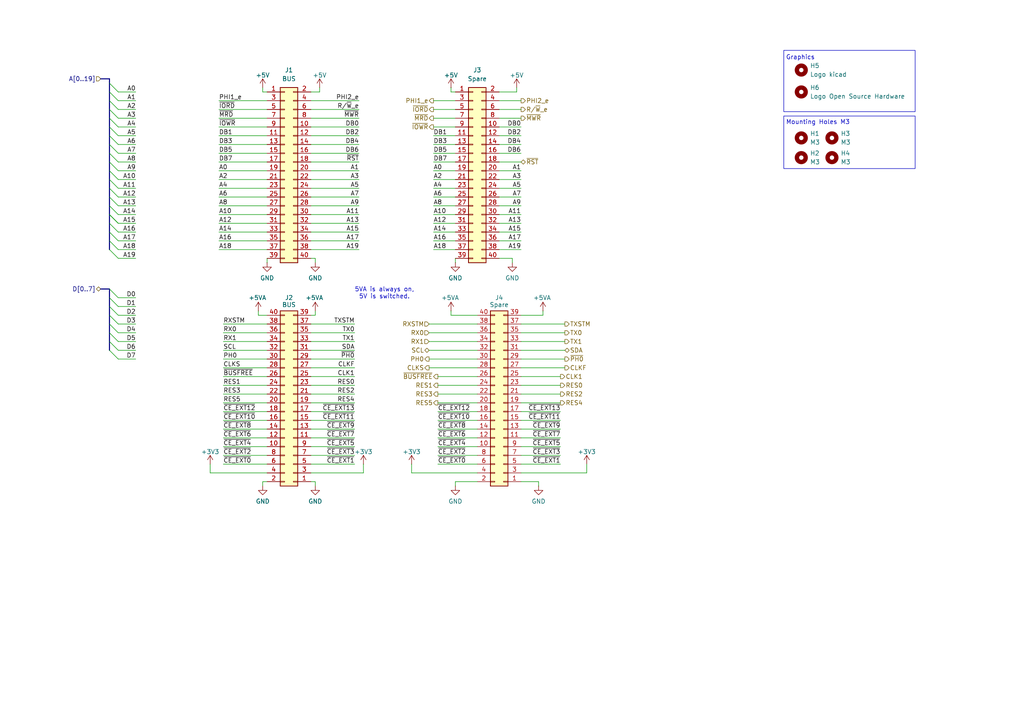
<source format=kicad_sch>
(kicad_sch (version 20231120) (generator "eeschema") (generator_version "8.0")
  (paper "A4")
  (title_block (title "Unicomp v3 - Bus") (date "2024-10-01") (rev "v1.0") (company "100% Offner") (comment 1 "v1.0: Initial"))
  (lib_symbols
    (symbol "Connector_Generic:Conn_02x20_Odd_Even" (pin_names (offset 1.016) hide)
      (property "Reference" "J" (at 1.27 25.4 0))
      (property "Value" "Conn_02x20_Odd_Even" (at 1.27 -27.94 0))
      (symbol "Conn_02x20_Odd_Even_1_1"
        (rectangle (start -1.27 -25.273) (end 0 -25.527) (stroke (width 0.1524)))
        (rectangle (start -1.27 -22.733) (end 0 -22.987) (stroke (width 0.1524)))
        (rectangle (start -1.27 -20.193) (end 0 -20.447) (stroke (width 0.1524)))
        (rectangle (start -1.27 -17.653) (end 0 -17.907) (stroke (width 0.1524)))
        (rectangle (start -1.27 -15.113) (end 0 -15.367) (stroke (width 0.1524)))
        (rectangle (start -1.27 -12.573) (end 0 -12.827) (stroke (width 0.1524)))
        (rectangle (start -1.27 -10.033) (end 0 -10.287) (stroke (width 0.1524)))
        (rectangle (start -1.27 -7.493) (end 0 -7.747) (stroke (width 0.1524)))
        (rectangle (start -1.27 -4.953) (end 0 -5.207) (stroke (width 0.1524)))
        (rectangle (start -1.27 -2.413) (end 0 -2.667) (stroke (width 0.1524)))
        (rectangle (start -1.27 0.127) (end 0 -0.127) (stroke (width 0.1524)))
        (rectangle (start -1.27 2.667) (end 0 2.413) (stroke (width 0.1524)))
        (rectangle (start -1.27 5.207) (end 0 4.953) (stroke (width 0.1524)))
        (rectangle (start -1.27 7.747) (end 0 7.493) (stroke (width 0.1524)))
        (rectangle (start -1.27 10.287) (end 0 10.033) (stroke (width 0.1524)))
        (rectangle (start -1.27 12.827) (end 0 12.573) (stroke (width 0.1524)))
        (rectangle (start -1.27 15.367) (end 0 15.113) (stroke (width 0.1524)))
        (rectangle (start -1.27 17.907) (end 0 17.653) (stroke (width 0.1524)))
        (rectangle (start -1.27 20.447) (end 0 20.193) (stroke (width 0.1524)))
        (rectangle (start -1.27 22.987) (end 0 22.733) (stroke (width 0.1524)))
        (rectangle (start -1.27 24.13) (end 3.81 -26.67) (stroke (width 0.254)) (fill (type background)))
        (rectangle (start 3.81 -25.273) (end 2.54 -25.527) (stroke (width 0.1524)))
        (rectangle (start 3.81 -22.733) (end 2.54 -22.987) (stroke (width 0.1524)))
        (rectangle (start 3.81 -20.193) (end 2.54 -20.447) (stroke (width 0.1524)))
        (rectangle (start 3.81 -17.653) (end 2.54 -17.907) (stroke (width 0.1524)))
        (rectangle (start 3.81 -15.113) (end 2.54 -15.367) (stroke (width 0.1524)))
        (rectangle (start 3.81 -12.573) (end 2.54 -12.827) (stroke (width 0.1524)))
        (rectangle (start 3.81 -10.033) (end 2.54 -10.287) (stroke (width 0.1524)))
        (rectangle (start 3.81 -7.493) (end 2.54 -7.747) (stroke (width 0.1524)))
        (rectangle (start 3.81 -4.953) (end 2.54 -5.207) (stroke (width 0.1524)))
        (rectangle (start 3.81 -2.413) (end 2.54 -2.667) (stroke (width 0.1524)))
        (rectangle (start 3.81 0.127) (end 2.54 -0.127) (stroke (width 0.1524)))
        (rectangle (start 3.81 2.667) (end 2.54 2.413) (stroke (width 0.1524)))
        (rectangle (start 3.81 5.207) (end 2.54 4.953) (stroke (width 0.1524)))
        (rectangle (start 3.81 7.747) (end 2.54 7.493) (stroke (width 0.1524)))
        (rectangle (start 3.81 10.287) (end 2.54 10.033) (stroke (width 0.1524)))
        (rectangle (start 3.81 12.827) (end 2.54 12.573) (stroke (width 0.1524)))
        (rectangle (start 3.81 15.367) (end 2.54 15.113) (stroke (width 0.1524)))
        (rectangle (start 3.81 17.907) (end 2.54 17.653) (stroke (width 0.1524)))
        (rectangle (start 3.81 20.447) (end 2.54 20.193) (stroke (width 0.1524)))
        (rectangle (start 3.81 22.987) (end 2.54 22.733) (stroke (width 0.1524)))
        (pin passive line (at -5.08 22.86 0) (length 3.81) (name "Pin_1") (number "1"))
        (pin passive line (at 7.62 12.7 180) (length 3.81) (name "Pin_10") (number "10"))
        (pin passive line (at -5.08 10.16 0) (length 3.81) (name "Pin_11") (number "11"))
        (pin passive line (at 7.62 10.16 180) (length 3.81) (name "Pin_12") (number "12"))
        (pin passive line (at -5.08 7.62 0) (length 3.81) (name "Pin_13") (number "13"))
        (pin passive line (at 7.62 7.62 180) (length 3.81) (name "Pin_14") (number "14"))
        (pin passive line (at -5.08 5.08 0) (length 3.81) (name "Pin_15") (number "15"))
        (pin passive line (at 7.62 5.08 180) (length 3.81) (name "Pin_16") (number "16"))
        (pin passive line (at -5.08 2.54 0) (length 3.81) (name "Pin_17") (number "17"))
        (pin passive line (at 7.62 2.54 180) (length 3.81) (name "Pin_18") (number "18"))
        (pin passive line (at -5.08 0 0) (length 3.81) (name "Pin_19") (number "19"))
        (pin passive line (at 7.62 22.86 180) (length 3.81) (name "Pin_2") (number "2"))
        (pin passive line (at 7.62 0 180) (length 3.81) (name "Pin_20") (number "20"))
        (pin passive line (at -5.08 -2.54 0) (length 3.81) (name "Pin_21") (number "21"))
        (pin passive line (at 7.62 -2.54 180) (length 3.81) (name "Pin_22") (number "22"))
        (pin passive line (at -5.08 -5.08 0) (length 3.81) (name "Pin_23") (number "23"))
        (pin passive line (at 7.62 -5.08 180) (length 3.81) (name "Pin_24") (number "24"))
        (pin passive line (at -5.08 -7.62 0) (length 3.81) (name "Pin_25") (number "25"))
        (pin passive line (at 7.62 -7.62 180) (length 3.81) (name "Pin_26") (number "26"))
        (pin passive line (at -5.08 -10.16 0) (length 3.81) (name "Pin_27") (number "27"))
        (pin passive line (at 7.62 -10.16 180) (length 3.81) (name "Pin_28") (number "28"))
        (pin passive line (at -5.08 -12.7 0) (length 3.81) (name "Pin_29") (number "29"))
        (pin passive line (at -5.08 20.32 0) (length 3.81) (name "Pin_3") (number "3"))
        (pin passive line (at 7.62 -12.7 180) (length 3.81) (name "Pin_30") (number "30"))
        (pin passive line (at -5.08 -15.24 0) (length 3.81) (name "Pin_31") (number "31"))
        (pin passive line (at 7.62 -15.24 180) (length 3.81) (name "Pin_32") (number "32"))
        (pin passive line (at -5.08 -17.78 0) (length 3.81) (name "Pin_33") (number "33"))
        (pin passive line (at 7.62 -17.78 180) (length 3.81) (name "Pin_34") (number "34"))
        (pin passive line (at -5.08 -20.32 0) (length 3.81) (name "Pin_35") (number "35"))
        (pin passive line (at 7.62 -20.32 180) (length 3.81) (name "Pin_36") (number "36"))
        (pin passive line (at -5.08 -22.86 0) (length 3.81) (name "Pin_37") (number "37"))
        (pin passive line (at 7.62 -22.86 180) (length 3.81) (name "Pin_38") (number "38"))
        (pin passive line (at -5.08 -25.4 0) (length 3.81) (name "Pin_39") (number "39"))
        (pin passive line (at 7.62 20.32 180) (length 3.81) (name "Pin_4") (number "4"))
        (pin passive line (at 7.62 -25.4 180) (length 3.81) (name "Pin_40") (number "40"))
        (pin passive line (at -5.08 17.78 0) (length 3.81) (name "Pin_5") (number "5"))
        (pin passive line (at 7.62 17.78 180) (length 3.81) (name "Pin_6") (number "6"))
        (pin passive line (at -5.08 15.24 0) (length 3.81) (name "Pin_7") (number "7"))
        (pin passive line (at 7.62 15.24 180) (length 3.81) (name "Pin_8") (number "8"))
        (pin passive line (at -5.08 12.7 0) (length 3.81) (name "Pin_9") (number "9"))
      )
    )
    (symbol "Mechanical:MountingHole" (pin_names (offset 1.016)) (exclude_from_sim yes) (in_bom no)
      (property "Reference" "H" (at 0 5.08 0))
      (property "Value" "MountingHole" (at 0 3.175 0))
      (symbol "MountingHole_0_1"
        (circle (center 0 0) (radius 1.27) (stroke (width 1.27)))
      )
    )
    (symbol "power:+3V3" (power) (pin_numbers hide) (pin_names (offset 0) hide)
      (property "Value" "+3V3" (at 0 3.556 0))
      (symbol "+3V3_0_1"
        (polyline (pts (xy -0.762 1.27) (xy 0 2.54)))
        (polyline (pts (xy 0 0) (xy 0 2.54)))
        (polyline (pts (xy 0 2.54) (xy 0.762 1.27)))
      )
      (symbol "+3V3_1_1"
        (pin power_in line (at 0 0 90) (length 0) (name "~") (number "1"))
      )
    )
    (symbol "power:+5V" (power) (pin_numbers hide) (pin_names (offset 0) hide)
      (property "Value" "+5V" (at 0 3.556 0))
      (symbol "+5V_0_1"
        (polyline (pts (xy -0.762 1.27) (xy 0 2.54)))
        (polyline (pts (xy 0 0) (xy 0 2.54)))
        (polyline (pts (xy 0 2.54) (xy 0.762 1.27)))
      )
      (symbol "+5V_1_1"
        (pin power_in line (at 0 0 90) (length 0) (name "~") (number "1"))
      )
    )
    (symbol "power:+5VA" (power) (pin_numbers hide) (pin_names (offset 0) hide)
      (property "Value" "+5VA" (at 0 3.556 0))
      (symbol "+5VA_0_1"
        (polyline (pts (xy -0.762 1.27) (xy 0 2.54)))
        (polyline (pts (xy 0 0) (xy 0 2.54)))
        (polyline (pts (xy 0 2.54) (xy 0.762 1.27)))
      )
      (symbol "+5VA_1_1"
        (pin power_in line (at 0 0 90) (length 0) (name "~") (number "1"))
      )
    )
    (symbol "power:GND" (power) (pin_numbers hide) (pin_names (offset 0) hide)
      (property "Value" "GND" (at 0 -3.81 0))
      (symbol "GND_0_1"
        (polyline (pts (xy 0 0) (xy 0 -1.27) (xy 1.27 -1.27) (xy 0 -2.54) (xy -1.27 -1.27) (xy 0 -1.27)))
      )
      (symbol "GND_1_1"
        (pin power_in line (at 0 0 270) (length 0) (name "~") (number "1"))
      )
    )
  )
  (bus_entry (at 31.75 57.15) (size 2.54 2.54))
  (bus_entry (at 31.75 49.53) (size 2.54 2.54))
  (bus_entry (at 31.75 34.29) (size 2.54 2.54))
  (bus_entry (at 31.75 62.23) (size 2.54 2.54))
  (bus_entry (at 31.75 72.39) (size 2.54 2.54))
  (bus_entry (at 31.75 91.44) (size 2.54 2.54))
  (bus_entry (at 31.75 83.82) (size 2.54 2.54))
  (bus_entry (at 31.75 99.06) (size 2.54 2.54))
  (bus_entry (at 31.75 36.83) (size 2.54 2.54))
  (bus_entry (at 31.75 24.13) (size 2.54 2.54))
  (bus_entry (at 31.75 67.31) (size 2.54 2.54))
  (bus_entry (at 31.75 54.61) (size 2.54 2.54))
  (bus_entry (at 31.75 44.45) (size 2.54 2.54))
  (bus_entry (at 31.75 86.36) (size 2.54 2.54))
  (bus_entry (at 31.75 41.91) (size 2.54 2.54))
  (bus_entry (at 31.75 46.99) (size 2.54 2.54))
  (bus_entry (at 31.75 39.37) (size 2.54 2.54))
  (bus_entry (at 31.75 31.75) (size 2.54 2.54))
  (bus_entry (at 31.75 29.21) (size 2.54 2.54))
  (bus_entry (at 31.75 96.52) (size 2.54 2.54))
  (bus_entry (at 31.75 26.67) (size 2.54 2.54))
  (bus_entry (at 31.75 88.9) (size 2.54 2.54))
  (bus_entry (at 31.75 52.07) (size 2.54 2.54))
  (bus_entry (at 31.75 62.23) (size 2.54 2.54))
  (bus_entry (at 31.75 69.85) (size 2.54 2.54))
  (bus_entry (at 31.75 59.69) (size 2.54 2.54))
  (bus_entry (at 31.75 93.98) (size 2.54 2.54))
  (bus_entry (at 31.75 64.77) (size 2.54 2.54))
  (bus_entry (at 31.75 101.6) (size 2.54 2.54))
  (wire (pts (xy 39.37 91.44) (xy 34.29 91.44)))
  (wire (pts (xy 125.73 41.91) (xy 132.08 41.91)))
  (bus (pts (xy 31.75 91.44) (xy 31.75 88.9)))
  (bus (pts (xy 31.75 31.75) (xy 31.75 29.21)))
  (wire (pts (xy 91.44 74.93) (xy 90.17 74.93)))
  (wire (pts (xy 151.13 116.84) (xy 162.56 116.84)))
  (wire (pts (xy 125.73 44.45) (xy 132.08 44.45)))
  (wire (pts (xy 63.5 29.21) (xy 77.47 29.21)))
  (wire (pts (xy 144.78 57.15) (xy 151.13 57.15)))
  (wire (pts (xy 91.44 90.17) (xy 91.44 91.44)))
  (wire (pts (xy 156.21 139.7) (xy 151.13 139.7)))
  (wire (pts (xy 39.37 104.14) (xy 34.29 104.14)))
  (wire (pts (xy 90.17 99.06) (xy 102.87 99.06)))
  (wire (pts (xy 170.18 134.62) (xy 170.18 137.16)))
  (wire (pts (xy 125.73 39.37) (xy 132.08 39.37)))
  (wire (pts (xy 63.5 64.77) (xy 77.47 64.77)))
  (wire (pts (xy 130.81 90.17) (xy 130.81 91.44)))
  (wire (pts (xy 64.77 134.62) (xy 77.47 134.62)))
  (wire (pts (xy 144.78 64.77) (xy 151.13 64.77)))
  (wire (pts (xy 144.78 69.85) (xy 151.13 69.85)))
  (wire (pts (xy 64.77 121.92) (xy 77.47 121.92)))
  (wire (pts (xy 151.13 129.54) (xy 162.56 129.54)))
  (wire (pts (xy 127 111.76) (xy 138.43 111.76)))
  (wire (pts (xy 90.17 64.77) (xy 104.14 64.77)))
  (wire (pts (xy 149.86 26.67) (xy 144.78 26.67)))
  (wire (pts (xy 39.37 69.85) (xy 34.29 69.85)))
  (wire (pts (xy 91.44 76.2) (xy 91.44 74.93)))
  (wire (pts (xy 151.13 99.06) (xy 163.83 99.06)))
  (wire (pts (xy 90.17 59.69) (xy 104.14 59.69)))
  (wire (pts (xy 127 127) (xy 138.43 127)))
  (wire (pts (xy 130.81 91.44) (xy 138.43 91.44)))
  (wire (pts (xy 63.5 36.83) (xy 77.47 36.83)))
  (wire (pts (xy 63.5 39.37) (xy 77.47 39.37)))
  (wire (pts (xy 90.17 116.84) (xy 102.87 116.84)))
  (wire (pts (xy 157.48 90.17) (xy 157.48 91.44)))
  (wire (pts (xy 125.73 69.85) (xy 132.08 69.85)))
  (wire (pts (xy 60.96 137.16) (xy 77.47 137.16)))
  (wire (pts (xy 148.59 76.2) (xy 148.59 74.93)))
  (wire (pts (xy 151.13 127) (xy 162.56 127)))
  (bus (pts (xy 31.75 99.06) (xy 31.75 96.52)))
  (bus (pts (xy 31.75 88.9) (xy 31.75 86.36)))
  (wire (pts (xy 125.73 46.99) (xy 132.08 46.99)))
  (wire (pts (xy 76.2 25.4) (xy 76.2 26.67)))
  (wire (pts (xy 125.73 31.75) (xy 132.08 31.75)))
  (wire (pts (xy 39.37 36.83) (xy 34.29 36.83)))
  (wire (pts (xy 39.37 57.15) (xy 34.29 57.15)))
  (wire (pts (xy 74.93 91.44) (xy 77.47 91.44)))
  (bus (pts (xy 31.75 64.77) (xy 31.75 62.23)))
  (wire (pts (xy 39.37 62.23) (xy 34.29 62.23)))
  (wire (pts (xy 64.77 99.06) (xy 77.47 99.06)))
  (wire (pts (xy 149.86 25.4) (xy 149.86 26.67)))
  (wire (pts (xy 125.73 57.15) (xy 132.08 57.15)))
  (wire (pts (xy 39.37 52.07) (xy 34.29 52.07)))
  (wire (pts (xy 90.17 36.83) (xy 104.14 36.83)))
  (wire (pts (xy 39.37 49.53) (xy 34.29 49.53)))
  (bus (pts (xy 31.75 44.45) (xy 31.75 41.91)))
  (wire (pts (xy 92.71 25.4) (xy 92.71 26.67)))
  (wire (pts (xy 90.17 31.75) (xy 104.14 31.75)))
  (wire (pts (xy 64.77 124.46) (xy 77.47 124.46)))
  (bus (pts (xy 31.75 86.36) (xy 31.75 83.82)))
  (wire (pts (xy 64.77 106.68) (xy 77.47 106.68)))
  (wire (pts (xy 39.37 88.9) (xy 34.29 88.9)))
  (wire (pts (xy 64.77 101.6) (xy 77.47 101.6)))
  (wire (pts (xy 64.77 114.3) (xy 77.47 114.3)))
  (bus (pts (xy 31.75 69.85) (xy 31.75 67.31)))
  (wire (pts (xy 39.37 46.99) (xy 34.29 46.99)))
  (wire (pts (xy 125.73 59.69) (xy 132.08 59.69)))
  (wire (pts (xy 39.37 96.52) (xy 34.29 96.52)))
  (wire (pts (xy 64.77 129.54) (xy 77.47 129.54)))
  (wire (pts (xy 39.37 39.37) (xy 34.29 39.37)))
  (wire (pts (xy 125.73 36.83) (xy 132.08 36.83)))
  (wire (pts (xy 125.73 52.07) (xy 132.08 52.07)))
  (wire (pts (xy 39.37 34.29) (xy 34.29 34.29)))
  (wire (pts (xy 63.5 31.75) (xy 77.47 31.75)))
  (wire (pts (xy 127 116.84) (xy 138.43 116.84)))
  (wire (pts (xy 151.13 124.46) (xy 162.56 124.46)))
  (wire (pts (xy 130.81 26.67) (xy 132.08 26.67)))
  (wire (pts (xy 151.13 101.6) (xy 163.83 101.6)))
  (bus (pts (xy 31.75 39.37) (xy 31.75 36.83)))
  (wire (pts (xy 63.5 52.07) (xy 77.47 52.07)))
  (wire (pts (xy 90.17 134.62) (xy 102.87 134.62)))
  (bus (pts (xy 31.75 93.98) (xy 31.75 91.44)))
  (wire (pts (xy 39.37 44.45) (xy 34.29 44.45)))
  (wire (pts (xy 157.48 91.44) (xy 151.13 91.44)))
  (wire (pts (xy 127 114.3) (xy 138.43 114.3)))
  (wire (pts (xy 124.46 106.68) (xy 138.43 106.68)))
  (wire (pts (xy 77.47 76.2) (xy 77.47 74.93)))
  (wire (pts (xy 63.5 72.39) (xy 77.47 72.39)))
  (wire (pts (xy 151.13 109.22) (xy 162.56 109.22)))
  (wire (pts (xy 90.17 69.85) (xy 104.14 69.85)))
  (wire (pts (xy 63.5 62.23) (xy 77.47 62.23)))
  (wire (pts (xy 127 119.38) (xy 138.43 119.38)))
  (wire (pts (xy 63.5 59.69) (xy 77.47 59.69)))
  (wire (pts (xy 90.17 57.15) (xy 104.14 57.15)))
  (wire (pts (xy 91.44 91.44) (xy 90.17 91.44)))
  (wire (pts (xy 125.73 62.23) (xy 132.08 62.23)))
  (bus (pts (xy 31.75 52.07) (xy 31.75 49.53)))
  (bus (pts (xy 31.75 54.61) (xy 31.75 52.07)))
  (wire (pts (xy 39.37 64.77) (xy 34.29 64.77)))
  (wire (pts (xy 144.78 62.23) (xy 151.13 62.23)))
  (wire (pts (xy 125.73 34.29) (xy 132.08 34.29)))
  (bus (pts (xy 31.75 72.39) (xy 31.75 69.85)))
  (wire (pts (xy 144.78 67.31) (xy 151.13 67.31)))
  (wire (pts (xy 151.13 132.08) (xy 162.56 132.08)))
  (wire (pts (xy 119.38 137.16) (xy 138.43 137.16)))
  (wire (pts (xy 151.13 96.52) (xy 163.83 96.52)))
  (wire (pts (xy 63.5 54.61) (xy 77.47 54.61)))
  (bus (pts (xy 31.75 49.53) (xy 31.75 46.99)))
  (wire (pts (xy 76.2 140.97) (xy 76.2 139.7)))
  (wire (pts (xy 156.21 140.97) (xy 156.21 139.7)))
  (wire (pts (xy 39.37 99.06) (xy 34.29 99.06)))
  (wire (pts (xy 91.44 140.97) (xy 91.44 139.7)))
  (bus (pts (xy 31.75 29.21) (xy 31.75 26.67)))
  (wire (pts (xy 125.73 67.31) (xy 132.08 67.31)))
  (wire (pts (xy 144.78 49.53) (xy 151.13 49.53)))
  (wire (pts (xy 39.37 86.36) (xy 34.29 86.36)))
  (bus (pts (xy 31.75 83.82) (xy 29.21 83.82)))
  (wire (pts (xy 127 121.92) (xy 138.43 121.92)))
  (wire (pts (xy 127 129.54) (xy 138.43 129.54)))
  (wire (pts (xy 63.5 34.29) (xy 77.47 34.29)))
  (wire (pts (xy 144.78 34.29) (xy 151.13 34.29)))
  (wire (pts (xy 63.5 46.99) (xy 77.47 46.99)))
  (wire (pts (xy 90.17 106.68) (xy 102.87 106.68)))
  (wire (pts (xy 144.78 29.21) (xy 151.13 29.21)))
  (wire (pts (xy 76.2 26.67) (xy 77.47 26.67)))
  (wire (pts (xy 90.17 114.3) (xy 102.87 114.3)))
  (wire (pts (xy 132.08 76.2) (xy 132.08 74.93)))
  (wire (pts (xy 125.73 72.39) (xy 132.08 72.39)))
  (wire (pts (xy 74.93 90.17) (xy 74.93 91.44)))
  (wire (pts (xy 64.77 109.22) (xy 77.47 109.22)))
  (wire (pts (xy 39.37 74.93) (xy 34.29 74.93)))
  (wire (pts (xy 90.17 104.14) (xy 102.87 104.14)))
  (wire (pts (xy 90.17 44.45) (xy 104.14 44.45)))
  (wire (pts (xy 64.77 111.76) (xy 77.47 111.76)))
  (wire (pts (xy 144.78 54.61) (xy 151.13 54.61)))
  (wire (pts (xy 124.46 101.6) (xy 138.43 101.6)))
  (bus (pts (xy 31.75 57.15) (xy 31.75 54.61)))
  (wire (pts (xy 151.13 93.98) (xy 163.83 93.98)))
  (wire (pts (xy 63.5 69.85) (xy 77.47 69.85)))
  (wire (pts (xy 64.77 93.98) (xy 77.47 93.98)))
  (wire (pts (xy 39.37 31.75) (xy 34.29 31.75)))
  (wire (pts (xy 90.17 62.23) (xy 104.14 62.23)))
  (wire (pts (xy 124.46 96.52) (xy 138.43 96.52)))
  (wire (pts (xy 127 124.46) (xy 138.43 124.46)))
  (wire (pts (xy 90.17 49.53) (xy 104.14 49.53)))
  (bus (pts (xy 31.75 46.99) (xy 31.75 44.45)))
  (wire (pts (xy 64.77 96.52) (xy 77.47 96.52)))
  (wire (pts (xy 124.46 104.14) (xy 138.43 104.14)))
  (wire (pts (xy 90.17 127) (xy 102.87 127)))
  (wire (pts (xy 92.71 26.67) (xy 90.17 26.67)))
  (wire (pts (xy 76.2 139.7) (xy 77.47 139.7)))
  (wire (pts (xy 124.46 99.06) (xy 138.43 99.06)))
  (wire (pts (xy 144.78 44.45) (xy 151.13 44.45)))
  (wire (pts (xy 144.78 59.69) (xy 151.13 59.69)))
  (wire (pts (xy 125.73 54.61) (xy 132.08 54.61)))
  (wire (pts (xy 63.5 67.31) (xy 77.47 67.31)))
  (wire (pts (xy 127 132.08) (xy 138.43 132.08)))
  (wire (pts (xy 90.17 119.38) (xy 102.87 119.38)))
  (wire (pts (xy 63.5 41.91) (xy 77.47 41.91)))
  (wire (pts (xy 39.37 59.69) (xy 34.29 59.69)))
  (wire (pts (xy 63.5 44.45) (xy 77.47 44.45)))
  (wire (pts (xy 60.96 134.62) (xy 60.96 137.16)))
  (wire (pts (xy 151.13 119.38) (xy 162.56 119.38)))
  (wire (pts (xy 64.77 116.84) (xy 77.47 116.84)))
  (wire (pts (xy 90.17 129.54) (xy 102.87 129.54)))
  (wire (pts (xy 127 134.62) (xy 138.43 134.62)))
  (wire (pts (xy 39.37 93.98) (xy 34.29 93.98)))
  (wire (pts (xy 64.77 127) (xy 77.47 127)))
  (wire (pts (xy 39.37 101.6) (xy 34.29 101.6)))
  (wire (pts (xy 64.77 119.38) (xy 77.47 119.38)))
  (wire (pts (xy 144.78 31.75) (xy 151.13 31.75)))
  (bus (pts (xy 31.75 36.83) (xy 31.75 34.29)))
  (wire (pts (xy 151.13 111.76) (xy 162.56 111.76)))
  (wire (pts (xy 90.17 41.91) (xy 104.14 41.91)))
  (wire (pts (xy 151.13 137.16) (xy 170.18 137.16)))
  (wire (pts (xy 63.5 57.15) (xy 77.47 57.15)))
  (wire (pts (xy 148.59 74.93) (xy 144.78 74.93)))
  (wire (pts (xy 90.17 39.37) (xy 104.14 39.37)))
  (wire (pts (xy 119.38 134.62) (xy 119.38 137.16)))
  (wire (pts (xy 90.17 34.29) (xy 104.14 34.29)))
  (wire (pts (xy 39.37 41.91) (xy 34.29 41.91)))
  (wire (pts (xy 132.08 139.7) (xy 138.43 139.7)))
  (wire (pts (xy 125.73 64.77) (xy 132.08 64.77)))
  (wire (pts (xy 39.37 29.21) (xy 34.29 29.21)))
  (wire (pts (xy 90.17 93.98) (xy 102.87 93.98)))
  (wire (pts (xy 144.78 41.91) (xy 151.13 41.91)))
  (wire (pts (xy 144.78 46.99) (xy 151.13 46.99)))
  (bus (pts (xy 31.75 59.69) (xy 31.75 57.15)))
  (wire (pts (xy 90.17 101.6) (xy 102.87 101.6)))
  (wire (pts (xy 90.17 124.46) (xy 102.87 124.46)))
  (bus (pts (xy 31.75 41.91) (xy 31.75 39.37)))
  (wire (pts (xy 90.17 109.22) (xy 102.87 109.22)))
  (wire (pts (xy 151.13 104.14) (xy 163.83 104.14)))
  (wire (pts (xy 125.73 29.21) (xy 132.08 29.21)))
  (bus (pts (xy 31.75 26.67) (xy 31.75 24.13)))
  (wire (pts (xy 64.77 132.08) (xy 77.47 132.08)))
  (bus (pts (xy 31.75 62.23) (xy 31.75 59.69)))
  (wire (pts (xy 39.37 72.39) (xy 34.29 72.39)))
  (wire (pts (xy 90.17 111.76) (xy 102.87 111.76)))
  (wire (pts (xy 39.37 67.31) (xy 34.29 67.31)))
  (bus (pts (xy 31.75 24.13) (xy 31.75 22.86)))
  (wire (pts (xy 130.81 25.4) (xy 130.81 26.67)))
  (wire (pts (xy 90.17 121.92) (xy 102.87 121.92)))
  (wire (pts (xy 90.17 137.16) (xy 105.41 137.16)))
  (bus (pts (xy 31.75 96.52) (xy 31.75 93.98)))
  (wire (pts (xy 90.17 67.31) (xy 104.14 67.31)))
  (wire (pts (xy 63.5 49.53) (xy 77.47 49.53)))
  (wire (pts (xy 90.17 29.21) (xy 104.14 29.21)))
  (wire (pts (xy 90.17 52.07) (xy 104.14 52.07)))
  (wire (pts (xy 90.17 54.61) (xy 104.14 54.61)))
  (wire (pts (xy 125.73 49.53) (xy 132.08 49.53)))
  (wire (pts (xy 39.37 26.67) (xy 34.29 26.67)))
  (wire (pts (xy 144.78 72.39) (xy 151.13 72.39)))
  (bus (pts (xy 31.75 101.6) (xy 31.75 99.06)))
  (wire (pts (xy 90.17 72.39) (xy 104.14 72.39)))
  (wire (pts (xy 151.13 121.92) (xy 162.56 121.92)))
  (wire (pts (xy 151.13 134.62) (xy 162.56 134.62)))
  (wire (pts (xy 151.13 114.3) (xy 162.56 114.3)))
  (bus (pts (xy 31.75 67.31) (xy 31.75 64.77)))
  (wire (pts (xy 144.78 39.37) (xy 151.13 39.37)))
  (wire (pts (xy 144.78 52.07) (xy 151.13 52.07)))
  (wire (pts (xy 90.17 132.08) (xy 102.87 132.08)))
  (wire (pts (xy 127 109.22) (xy 138.43 109.22)))
  (wire (pts (xy 105.41 134.62) (xy 105.41 137.16)))
  (wire (pts (xy 91.44 139.7) (xy 90.17 139.7)))
  (wire (pts (xy 151.13 106.68) (xy 163.83 106.68)))
  (wire (pts (xy 90.17 46.99) (xy 104.14 46.99)))
  (bus (pts (xy 31.75 22.86) (xy 29.21 22.86)))
  (wire (pts (xy 144.78 36.83) (xy 151.13 36.83)))
  (wire (pts (xy 132.08 140.97) (xy 132.08 139.7)))
  (wire (pts (xy 90.17 96.52) (xy 102.87 96.52)))
  (wire (pts (xy 39.37 54.61) (xy 34.29 54.61)))
  (wire (pts (xy 124.46 93.98) (xy 138.43 93.98)))
  (bus (pts (xy 31.75 34.29) (xy 31.75 31.75)))
  (wire (pts (xy 64.77 104.14) (xy 77.47 104.14)))
  (rectangle (start 227.33 33.655) (end 265.43 48.895))
  (rectangle (start 227.33 14.605) (end 265.43 32.385))
  (text "Graphics" (at 232.156 16.764 0) (effects (font (size 1.27 1.27))))
  (text "5VA is always on,\n5V is switched." (at 111.506 85.09 0) (effects (font (size 1.27 1.27))))
  (text "Mounting Holes M3" (at 237.236 35.56 0) (effects (font (size 1.27 1.27))))
  (label "DB7" (at 63.5 46.99 0))
  (label "~{CE_EXT8}" (at 64.77 124.46 0))
  (label "~{CE_EXT1}" (at 102.87 134.62 180))
  (label "A19" (at 151.13 72.39 180))
  (label "~{CE_EXT6}" (at 64.77 127 0))
  (label "A15" (at 151.13 67.31 180))
  (label "A0" (at 39.37 26.67 180))
  (label "RX1" (at 64.77 99.06 0))
  (label "A17" (at 39.37 69.85 180))
  (label "A17" (at 104.14 69.85 180))
  (label "A0" (at 63.5 49.53 0))
  (label "~{CE_EXT5}" (at 162.56 129.54 180))
  (label "~{CE_EXT1}" (at 162.56 134.62 180))
  (label "A6" (at 63.5 57.15 0))
  (label "A18" (at 63.5 72.39 0))
  (label "A7" (at 151.13 57.15 180))
  (label "A17" (at 151.13 69.85 180))
  (label "DB7" (at 125.73 46.99 0))
  (label "RES5" (at 64.77 116.84 0))
  (label "~{CE_EXT8}" (at 127 124.46 0))
  (label "A11" (at 151.13 62.23 180))
  (label "DB6" (at 151.13 44.45 180))
  (label "~{CE_EXT13}" (at 102.87 119.38 180))
  (label "D2" (at 39.37 91.44 180))
  (label "D7" (at 39.37 104.14 180))
  (label "A13" (at 104.14 64.77 180))
  (label "A0" (at 125.73 49.53 0))
  (label "A16" (at 63.5 69.85 0))
  (label "A5" (at 39.37 39.37 180))
  (label "A15" (at 39.37 64.77 180))
  (label "A9" (at 39.37 49.53 180))
  (label "~{CE_EXT4}" (at 64.77 129.54 0))
  (label "A4" (at 125.73 54.61 0))
  (label "~{CE_EXT13}" (at 162.56 119.38 180))
  (label "A5" (at 104.14 54.61 180))
  (label "A12" (at 63.5 64.77 0))
  (label "DB2" (at 104.14 39.37 180))
  (label "A8" (at 63.5 59.69 0))
  (label "CLK1" (at 102.87 109.22 180))
  (label "~{CE_EXT5}" (at 102.87 129.54 180))
  (label "SDA" (at 102.87 101.6 180))
  (label "D5" (at 39.37 99.06 180))
  (label "A11" (at 39.37 54.61 180))
  (label "CLKF" (at 102.87 106.68 180))
  (label "A2" (at 63.5 52.07 0))
  (label "~{CE_EXT6}" (at 127 127 0))
  (label "A5" (at 151.13 54.61 180))
  (label "A11" (at 104.14 62.23 180))
  (label "~{CE_EXT0}" (at 127 134.62 0))
  (label "A7" (at 104.14 57.15 180))
  (label "A10" (at 39.37 52.07 180))
  (label "A16" (at 125.73 69.85 0))
  (label "A9" (at 151.13 59.69 180))
  (label "~{CE_EXT12}" (at 127 119.38 0))
  (label "~{CE_EXT0}" (at 64.77 134.62 0))
  (label "~{IORD}" (at 63.5 31.75 0))
  (label "A3" (at 151.13 52.07 180))
  (label "A2" (at 125.73 52.07 0))
  (label "~{CE_EXT7}" (at 102.87 127 180))
  (label "RES4" (at 102.87 116.84 180))
  (label "D0" (at 39.37 86.36 180))
  (label "~{CE_EXT3}" (at 102.87 132.08 180))
  (label "A7" (at 39.37 44.45 180))
  (label "A15" (at 104.14 67.31 180))
  (label "PH0" (at 64.77 104.14 0))
  (label "TX0" (at 102.87 96.52 180))
  (label "~{MWR}" (at 104.14 34.29 180))
  (label "A19" (at 104.14 72.39 180))
  (label "DB3" (at 63.5 41.91 0))
  (label "RES1" (at 64.77 111.76 0))
  (label "DB4" (at 151.13 41.91 180))
  (label "A3" (at 39.37 34.29 180))
  (label "DB0" (at 151.13 36.83 180))
  (label "A14" (at 63.5 67.31 0))
  (label "A10" (at 125.73 62.23 0))
  (label "~{RST}" (at 104.14 46.99 180))
  (label "DB1" (at 125.73 39.37 0))
  (label "DB4" (at 104.14 41.91 180))
  (label "A12" (at 39.37 57.15 180))
  (label "~{CE_EXT2}" (at 127 132.08 0))
  (label "D1" (at 39.37 88.9 180))
  (label "~{BUSFREE}" (at 64.77 109.22 0))
  (label "DB5" (at 125.73 44.45 0))
  (label "A8" (at 125.73 59.69 0))
  (label "D3" (at 39.37 93.98 180))
  (label "~{IOWR}" (at 63.5 36.83 0))
  (label "A4" (at 39.37 36.83 180))
  (label "~{CE_EXT9}" (at 162.56 124.46 180))
  (label "A10" (at 63.5 62.23 0))
  (label "A14" (at 39.37 62.23 180))
  (label "~{CE_EXT10}" (at 127 121.92 0))
  (label "DB6" (at 104.14 44.45 180))
  (label "A2" (at 39.37 31.75 180))
  (label "DB5" (at 63.5 44.45 0))
  (label "R{slash}~{W}_e" (at 104.14 31.75 180))
  (label "DB2" (at 151.13 39.37 180))
  (label "CLKS" (at 64.77 106.68 0))
  (label "PHI2_e" (at 104.14 29.21 180))
  (label "DB1" (at 63.5 39.37 0))
  (label "A6" (at 125.73 57.15 0))
  (label "A13" (at 39.37 59.69 180))
  (label "A14" (at 125.73 67.31 0))
  (label "RES2" (at 102.87 114.3 180))
  (label "A18" (at 39.37 72.39 180))
  (label "A13" (at 151.13 64.77 180))
  (label "~{CE_EXT7}" (at 162.56 127 180))
  (label "~{CE_EXT10}" (at 64.77 121.92 0))
  (label "~{CE_EXT11}" (at 162.56 121.92 180))
  (label "A1" (at 104.14 49.53 180))
  (label "~{CE_EXT11}" (at 102.87 121.92 180))
  (label "TXSTM" (at 102.87 93.98 180))
  (label "A12" (at 125.73 64.77 0))
  (label "~{CE_EXT2}" (at 64.77 132.08 0))
  (label "A3" (at 104.14 52.07 180))
  (label "~{CE_EXT12}" (at 64.77 119.38 0))
  (label "A4" (at 63.5 54.61 0))
  (label "DB3" (at 125.73 41.91 0))
  (label "~{CE_EXT3}" (at 162.56 132.08 180))
  (label "D6" (at 39.37 101.6 180))
  (label "D4" (at 39.37 96.52 180))
  (label "TX1" (at 102.87 99.06 180))
  (label "SCL" (at 64.77 101.6 0))
  (label "A9" (at 104.14 59.69 180))
  (label "A6" (at 39.37 41.91 180))
  (label "A18" (at 125.73 72.39 0))
  (label "RXSTM" (at 64.77 93.98 0))
  (label "~{PH0}" (at 102.87 104.14 180))
  (label "DB0" (at 104.14 36.83 180))
  (label "RX0" (at 64.77 96.52 0))
  (label "~{MRD}" (at 63.5 34.29 0))
  (label "RES3" (at 64.77 114.3 0))
  (label "A19" (at 39.37 74.93 180))
  (label "PHI1_e" (at 63.5 29.21 0))
  (label "RES0" (at 102.87 111.76 180))
  (label "A16" (at 39.37 67.31 180))
  (label "A8" (at 39.37 46.99 180))
  (label "A1" (at 39.37 29.21 180))
  (label "~{CE_EXT4}" (at 127 129.54 0))
  (label "A1" (at 151.13 49.53 180))
  (label "~{CE_EXT9}" (at 102.87 124.46 180))
  (hierarchical_label "RES1" (shape output) (at 127 111.76 180))
  (hierarchical_label "RES5" (shape output) (at 127 116.84 180))
  (hierarchical_label "CLKF" (shape output) (at 163.83 106.68 0))
  (hierarchical_label "D[0..7]" (shape bidirectional) (at 29.21 83.82 180))
  (hierarchical_label "~{IOWR}" (shape output) (at 125.73 36.83 180))
  (hierarchical_label "A[0..19]" (shape input) (at 29.21 22.86 180))
  (hierarchical_label "CLK1" (shape output) (at 162.56 109.22 0))
  (hierarchical_label "RX1" (shape input) (at 124.46 99.06 180))
  (hierarchical_label "~{RST}" (shape tri_state) (at 151.13 46.99 0))
  (hierarchical_label "TX0" (shape output) (at 163.83 96.52 0))
  (hierarchical_label "RES0" (shape output) (at 162.56 111.76 0))
  (hierarchical_label "SCL" (shape bidirectional) (at 124.46 101.6 180))
  (hierarchical_label "PHI1_e" (shape output) (at 125.73 29.21 180))
  (hierarchical_label "PH0" (shape output) (at 124.46 104.14 180))
  (hierarchical_label "~{IORD}" (shape output) (at 125.73 31.75 180))
  (hierarchical_label "SDA" (shape bidirectional) (at 163.83 101.6 0))
  (hierarchical_label "~{MRD}" (shape output) (at 125.73 34.29 180))
  (hierarchical_label "~{PH0}" (shape output) (at 163.83 104.14 0))
  (hierarchical_label "RES2" (shape output) (at 162.56 114.3 0))
  (hierarchical_label "~{MWR}" (shape output) (at 151.13 34.29 0))
  (hierarchical_label "CLKS" (shape output) (at 124.46 106.68 180))
  (hierarchical_label "TXSTM" (shape output) (at 163.83 93.98 0))
  (hierarchical_label "~{BUSFREE}" (shape output) (at 127 109.22 180))
  (hierarchical_label "RES4" (shape output) (at 162.56 116.84 0))
  (hierarchical_label "R{slash}~{W}_e" (shape output) (at 151.13 31.75 0))
  (hierarchical_label "RES3" (shape output) (at 127 114.3 180))
  (hierarchical_label "TX1" (shape output) (at 163.83 99.06 0))
  (hierarchical_label "RXSTM" (shape input) (at 124.46 93.98 180))
  (hierarchical_label "RX0" (shape input) (at 124.46 96.52 180))
  (hierarchical_label "PHI2_e" (shape output) (at 151.13 29.21 0))
  (symbol (lib_id "Mechanical:MountingHole") (at 232.41 40.005 0) (unit 1)
    (property "Reference" "H1" (at 234.95 38.7349 0) (effects (justify left)))
    (property "Value" "M3" (at 234.95 41.2749 0) (effects (justify left)))
    (property "Footprint" "MountingHole:MountingHole_3.2mm_M3" (effects (hide yes)))
    (property "Description" "Mounting Hole without connection" (effects (hide yes)))
  )
  (symbol (lib_id "Mechanical:MountingHole") (at 241.3 40.005 0) (unit 1)
    (property "Reference" "H3" (at 243.84 38.7349 0) (effects (justify left)))
    (property "Value" "M3" (at 243.84 41.2749 0) (effects (justify left)))
    (property "Footprint" "MountingHole:MountingHole_3.2mm_M3" (effects (hide yes)))
    (property "Description" "Mounting Hole without connection" (effects (hide yes)))
  )
  (symbol (lib_id "Connector_Generic:Conn_02x20_Odd_Even") (at 146.05 116.84 180) (unit 1)
    (property "Reference" "J4" (at 144.78 86.344 0))
    (property "Value" "Spare" (at 144.78 88.392 0))
    (property "Footprint" "Connector_PinSocket_2.54mm:PinSocket_2x20_P2.54mm_Vertical" (effects (hide yes)))
    (property "Description" "Generic connector, double row, 02x20, odd/even pin numbering scheme (row 1 odd numbers, row 2 even numbers), script generated (kicad-library-utils/schlib/autogen/connector/)" (effects (hide yes)))
  )
  (symbol (lib_id "power:+5VA") (at 130.81 90.17 0) (unit 1)
    (property "Reference" "#PWR097" (effects (hide yes)))
    (property "Value" "+5VA" (at 130.556 86.36 0))
    (property "Description" "Power symbol creates a global label with name \"+5VA\"" (effects (hide yes)))
  )
  (symbol (lib_id "power:GND") (at 91.44 140.97 0) (unit 1)
    (property "Reference" "#PWR092" (effects (hide yes)))
    (property "Value" "GND" (at 91.44 145.4134 0))
    (property "Description" "Power symbol creates a global label with name \"GND\" , ground" (effects (hide yes)))
  )
  (symbol (lib_id "power:GND") (at 77.47 76.2 0) (unit 1)
    (property "Reference" "#PWR089" (effects (hide yes)))
    (property "Value" "GND" (at 77.47 80.6434 0))
    (property "Description" "Power symbol creates a global label with name \"GND\" , ground" (effects (hide yes)))
  )
  (symbol (lib_id "power:+5V") (at 76.2 25.4 0) (unit 1)
    (property "Reference" "#PWR087" (effects (hide yes)))
    (property "Value" "+5V" (at 76.2 21.8242 0))
    (property "Description" "Power symbol creates a global label with name \"+5V\"" (effects (hide yes)))
  )
  (symbol (lib_id "power:+3V3") (at 170.18 134.62 0) (unit 1)
    (property "Reference" "#PWR0104" (effects (hide yes)))
    (property "Value" "+3V3" (at 170.18 131.0442 0))
    (property "Description" "Power symbol creates a global label with name \"+3V3\"" (effects (hide yes)))
  )
  (symbol (lib_id "power:+3V3") (at 119.38 134.62 0) (unit 1)
    (property "Reference" "#PWR095" (effects (hide yes)))
    (property "Value" "+3V3" (at 119.38 131.0442 0))
    (property "Description" "Power symbol creates a global label with name \"+3V3\"" (effects (hide yes)))
  )
  (symbol (lib_id "power:+3V3") (at 105.41 134.62 0) (unit 1)
    (property "Reference" "#PWR094" (effects (hide yes)))
    (property "Value" "+3V3" (at 105.41 131.0442 0))
    (property "Description" "Power symbol creates a global label with name \"+3V3\"" (effects (hide yes)))
  )
  (symbol (lib_id "Mechanical:MountingHole") (at 241.3 45.72 0) (unit 1)
    (property "Reference" "H4" (at 243.84 44.4499 0) (effects (justify left)))
    (property "Value" "M3" (at 243.84 46.9899 0) (effects (justify left)))
    (property "Footprint" "MountingHole:MountingHole_3.2mm_M3" (effects (hide yes)))
    (property "Description" "Mounting Hole without connection" (effects (hide yes)))
  )
  (symbol (lib_id "power:GND") (at 91.44 76.2 0) (unit 1)
    (property "Reference" "#PWR090" (effects (hide yes)))
    (property "Value" "GND" (at 91.44 80.6434 0))
    (property "Description" "Power symbol creates a global label with name \"GND\" , ground" (effects (hide yes)))
  )
  (symbol (lib_id "power:GND") (at 156.21 140.97 0) (unit 1)
    (property "Reference" "#PWR0102" (effects (hide yes)))
    (property "Value" "GND" (at 156.21 145.4134 0))
    (property "Description" "Power symbol creates a global label with name \"GND\" , ground" (effects (hide yes)))
  )
  (symbol (lib_id "power:+3V3") (at 60.96 134.62 0) (unit 1)
    (property "Reference" "#PWR085" (effects (hide yes)))
    (property "Value" "+3V3" (at 60.96 131.0442 0))
    (property "Description" "Power symbol creates a global label with name \"+3V3\"" (effects (hide yes)))
  )
  (symbol (lib_id "power:+5V") (at 130.81 25.4 0) (unit 1)
    (property "Reference" "#PWR096" (effects (hide yes)))
    (property "Value" "+5V" (at 130.81 21.8242 0))
    (property "Description" "Power symbol creates a global label with name \"+5V\"" (effects (hide yes)))
  )
  (symbol (lib_id "power:+5VA") (at 74.93 90.17 0) (unit 1)
    (property "Reference" "#PWR086" (effects (hide yes)))
    (property "Value" "+5VA" (at 74.676 86.36 0))
    (property "Description" "Power symbol creates a global label with name \"+5VA\"" (effects (hide yes)))
  )
  (symbol (lib_id "Connector_Generic:Conn_02x20_Odd_Even") (at 137.16 49.53 0) (unit 1)
    (property "Reference" "J3" (at 138.43 20.32 0))
    (property "Value" "Spare" (at 138.43 22.86 0))
    (property "Footprint" "Connector_PinSocket_2.54mm:PinSocket_2x20_P2.54mm_Vertical" (effects (hide yes)))
    (property "Description" "Generic connector, double row, 02x20, odd/even pin numbering scheme (row 1 odd numbers, row 2 even numbers), script generated (kicad-library-utils/schlib/autogen/connector/)" (effects (hide yes)))
  )
  (symbol (lib_id "Mechanical:MountingHole") (at 232.41 45.72 0) (unit 1)
    (property "Reference" "H2" (at 234.95 44.4499 0) (effects (justify left)))
    (property "Value" "M3" (at 234.95 46.9899 0) (effects (justify left)))
    (property "Footprint" "MountingHole:MountingHole_3.2mm_M3" (effects (hide yes)))
    (property "Description" "Mounting Hole without connection" (effects (hide yes)))
  )
  (symbol (lib_id "Connector_Generic:Conn_02x20_Odd_Even") (at 82.55 49.53 0) (unit 1)
    (property "Reference" "J1" (at 83.82 20.32 0))
    (property "Value" "BUS" (at 83.82 22.86 0))
    (property "Footprint" "Connector_PinSocket_2.54mm:PinSocket_2x20_P2.54mm_Vertical" (effects (hide yes)))
    (property "Description" "Generic connector, double row, 02x20, odd/even pin numbering scheme (row 1 odd numbers, row 2 even numbers), script generated (kicad-library-utils/schlib/autogen/connector/)" (effects (hide yes)))
  )
  (symbol (lib_id "Connector_Generic:Conn_02x20_Odd_Even") (at 85.09 116.84 180) (unit 1)
    (property "Reference" "J2" (at 83.82 86.344 0))
    (property "Value" "BUS" (at 83.82 88.392 0))
    (property "Footprint" "Connector_PinSocket_2.54mm:PinSocket_2x20_P2.54mm_Vertical" (effects (hide yes)))
    (property "Description" "Generic connector, double row, 02x20, odd/even pin numbering scheme (row 1 odd numbers, row 2 even numbers), script generated (kicad-library-utils/schlib/autogen/connector/)" (effects (hide yes)))
  )
  (symbol (lib_id "Mechanical:MountingHole") (at 232.41 20.32 0) (unit 1) (exclude_from_sim yes) (in_bom no)
    (property "Reference" "H5" (at 234.95 19.0499 0) (effects (justify left)))
    (property "Value" "Logo kicad" (at 234.95 21.5899 0) (effects (justify left)))
    (property "Footprint" "Symbol:KiCad-Logo2_6mm_SilkScreen" (effects (hide yes)))
    (property "Description" "Mounting Hole without connection" (effects (hide yes)))
  )
  (symbol (lib_id "power:GND") (at 76.2 140.97 0) (unit 1)
    (property "Reference" "#PWR088" (effects (hide yes)))
    (property "Value" "GND" (at 76.2 145.4134 0))
    (property "Description" "Power symbol creates a global label with name \"GND\" , ground" (effects (hide yes)))
  )
  (symbol (lib_id "Mechanical:MountingHole") (at 232.41 26.67 0) (unit 1) (exclude_from_sim yes) (in_bom no)
    (property "Reference" "H6" (at 234.95 25.3999 0) (effects (justify left)))
    (property "Value" "Logo Open Source Hardware" (at 234.95 27.9399 0) (effects (justify left)))
    (property "Footprint" "Symbol:OSHW-Logo2_7.3x6mm_SilkScreen" (effects (hide yes)))
    (property "Description" "Mounting Hole without connection" (effects (hide yes)))
  )
  (symbol (lib_id "power:+5VA") (at 157.48 90.17 0) (unit 1)
    (property "Reference" "#PWR0103" (effects (hide yes)))
    (property "Value" "+5VA" (at 157.226 86.36 0))
    (property "Description" "Power symbol creates a global label with name \"+5VA\"" (effects (hide yes)))
  )
  (symbol (lib_id "power:+5V") (at 149.86 25.4 0) (mirror y) (unit 1)
    (property "Reference" "#PWR0101" (effects (hide yes)))
    (property "Value" "+5V" (at 149.86 21.8242 0))
    (property "Description" "Power symbol creates a global label with name \"+5V\"" (effects (hide yes)))
  )
  (symbol (lib_id "power:GND") (at 132.08 76.2 0) (unit 1)
    (property "Reference" "#PWR098" (effects (hide yes)))
    (property "Value" "GND" (at 132.08 80.6434 0))
    (property "Description" "Power symbol creates a global label with name \"GND\" , ground" (effects (hide yes)))
  )
  (symbol (lib_id "power:GND") (at 148.59 76.2 0) (unit 1)
    (property "Reference" "#PWR0100" (effects (hide yes)))
    (property "Value" "GND" (at 148.59 80.6434 0))
    (property "Description" "Power symbol creates a global label with name \"GND\" , ground" (effects (hide yes)))
  )
  (symbol (lib_id "power:+5VA") (at 91.44 90.17 0) (unit 1)
    (property "Reference" "#PWR091" (effects (hide yes)))
    (property "Value" "+5VA" (at 91.186 86.36 0))
    (property "Description" "Power symbol creates a global label with name \"+5VA\"" (effects (hide yes)))
  )
  (symbol (lib_id "power:GND") (at 132.08 140.97 0) (unit 1)
    (property "Reference" "#PWR099" (effects (hide yes)))
    (property "Value" "GND" (at 132.08 145.4134 0))
    (property "Description" "Power symbol creates a global label with name \"GND\" , ground" (effects (hide yes)))
  )
  (symbol (lib_id "power:+5V") (at 92.71 25.4 0) (mirror y) (unit 1)
    (property "Reference" "#PWR093" (effects (hide yes)))
    (property "Value" "+5V" (at 92.71 21.8242 0))
    (property "Description" "Power symbol creates a global label with name \"+5V\"" (effects (hide yes)))
  )
)
</source>
